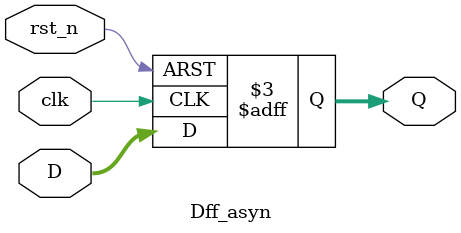
<source format=v>
module Dff_asyn #(parameter WIDTH = 8)  (
    input [WIDTH-1 :0] D,
    input clk , rst_n,
    output reg [WIDTH-1 :0] Q
);
    

    always @(posedge clk or negedge rst_n) 
    begin
        if(!rst_n)
        Q <= {WIDTH{1'b0}};
        else
        Q <= D;
    end
endmodule

</source>
